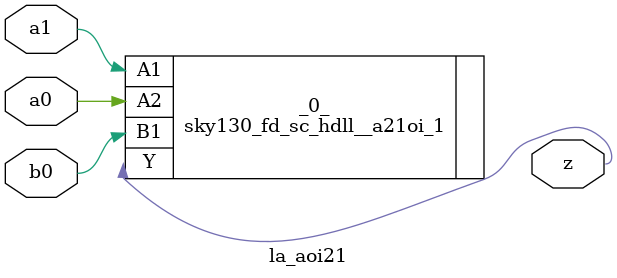
<source format=v>

/* Generated by Yosys 0.37 (git sha1 a5c7f69ed, clang 14.0.0-1ubuntu1.1 -fPIC -Os) */

module la_aoi21(a0, a1, b0, z);
  input a0;
  wire a0;
  input a1;
  wire a1;
  input b0;
  wire b0;
  output z;
  wire z;
  sky130_fd_sc_hdll__a21oi_1 _0_ (
    .A1(a1),
    .A2(a0),
    .B1(b0),
    .Y(z)
  );
endmodule

</source>
